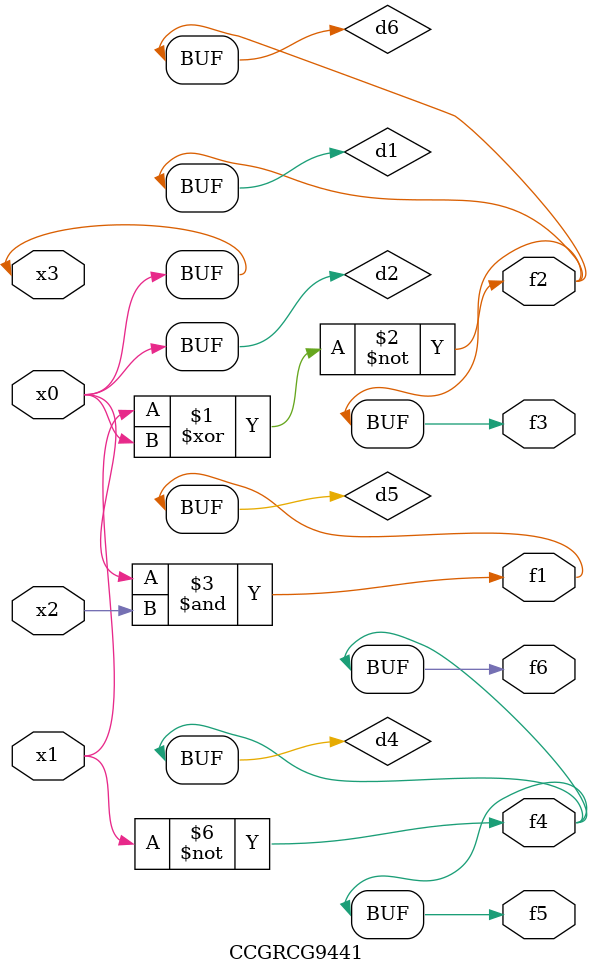
<source format=v>
module CCGRCG9441(
	input x0, x1, x2, x3,
	output f1, f2, f3, f4, f5, f6
);

	wire d1, d2, d3, d4, d5, d6;

	xnor (d1, x1, x3);
	buf (d2, x0, x3);
	nand (d3, x0, x2);
	not (d4, x1);
	nand (d5, d3);
	or (d6, d1);
	assign f1 = d5;
	assign f2 = d6;
	assign f3 = d6;
	assign f4 = d4;
	assign f5 = d4;
	assign f6 = d4;
endmodule

</source>
